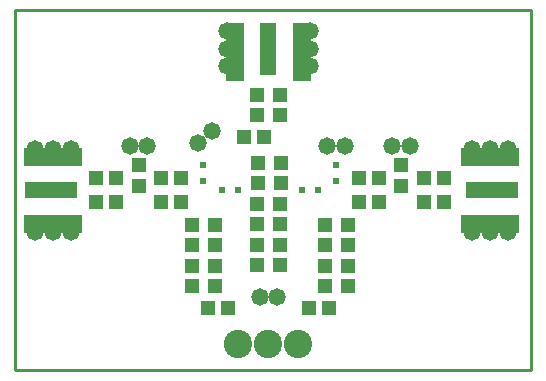
<source format=gts>
%FSLAX43Y43*%
%MOMM*%
G71*
G01*
G75*
G04 Layer_Color=8388736*
%ADD10R,1.350X4.800*%
%ADD11R,1.270X4.200*%
%ADD12R,4.800X1.350*%
%ADD13R,4.200X1.270*%
%ADD14R,0.350X0.350*%
%ADD15R,0.350X0.350*%
%ADD16R,1.000X1.100*%
%ADD17R,1.100X1.000*%
%ADD18C,1.630*%
%ADD19C,0.254*%
%ADD20C,2.200*%
%ADD21C,1.270*%
%ADD22C,0.127*%
%ADD23R,1.553X5.003*%
%ADD24R,1.473X4.403*%
%ADD25R,5.003X1.553*%
%ADD26R,4.403X1.473*%
%ADD27R,0.553X0.553*%
%ADD28R,0.553X0.553*%
%ADD29R,1.203X1.303*%
%ADD30R,1.303X1.203*%
%ADD31C,2.403*%
%ADD32C,1.473*%
G54D19*
X43750Y250D02*
Y30750D01*
X0Y250D02*
X43750D01*
X0Y30750D02*
X43750D01*
X0Y250D02*
Y30750D01*
G54D23*
X24325Y27250D02*
D03*
X18675D02*
D03*
G54D24*
X21500Y27450D02*
D03*
G54D25*
X3250Y18325D02*
D03*
Y12675D02*
D03*
X40250D02*
D03*
Y18325D02*
D03*
G54D26*
X3050Y15500D02*
D03*
X40450D02*
D03*
G54D27*
X17575Y15500D02*
D03*
X18925D02*
D03*
X25675D02*
D03*
X24325D02*
D03*
G54D28*
X16000Y17675D02*
D03*
Y16325D02*
D03*
X27250Y17675D02*
D03*
Y16325D02*
D03*
G54D29*
X20600Y16150D02*
D03*
Y17850D02*
D03*
X22500Y21900D02*
D03*
Y23600D02*
D03*
X22600Y16150D02*
D03*
Y17850D02*
D03*
X20500Y21900D02*
D03*
Y23600D02*
D03*
X15000Y9100D02*
D03*
Y7400D02*
D03*
X26250D02*
D03*
Y9100D02*
D03*
X20500Y9150D02*
D03*
Y10850D02*
D03*
Y14350D02*
D03*
Y12650D02*
D03*
X15000Y10900D02*
D03*
Y12600D02*
D03*
X28250D02*
D03*
Y10900D02*
D03*
X21100Y20000D02*
D03*
X19400D02*
D03*
G54D30*
X14100Y16500D02*
D03*
X12400D02*
D03*
X8600Y14500D02*
D03*
X6900D02*
D03*
X29150D02*
D03*
X30850D02*
D03*
X34650Y16500D02*
D03*
X36350D02*
D03*
X8600Y16500D02*
D03*
X6900D02*
D03*
X14100Y14500D02*
D03*
X12400D02*
D03*
X29150Y16500D02*
D03*
X30850D02*
D03*
X34650Y14500D02*
D03*
X36350D02*
D03*
X18100Y5500D02*
D03*
X16400D02*
D03*
X24900D02*
D03*
X26600D02*
D03*
X32750Y17600D02*
D03*
Y15900D02*
D03*
X10500D02*
D03*
Y17600D02*
D03*
X22500Y14350D02*
D03*
Y12650D02*
D03*
X17000Y12600D02*
D03*
Y10900D02*
D03*
X26250D02*
D03*
Y12600D02*
D03*
X22500Y10850D02*
D03*
Y9150D02*
D03*
X17000Y7400D02*
D03*
Y9100D02*
D03*
X28250D02*
D03*
Y7400D02*
D03*
G54D31*
X18960Y2500D02*
D03*
X21500D02*
D03*
X24040D02*
D03*
G54D32*
X26500Y19250D02*
D03*
X20750Y6500D02*
D03*
X22250D02*
D03*
X28000Y19250D02*
D03*
X32000D02*
D03*
X33500D02*
D03*
X38750Y19000D02*
D03*
X40250D02*
D03*
X41750D02*
D03*
X38750Y12000D02*
D03*
X40250D02*
D03*
X41750D02*
D03*
X1750D02*
D03*
X3250D02*
D03*
X4750D02*
D03*
X1750Y19000D02*
D03*
X3250D02*
D03*
X4750D02*
D03*
X18000Y26000D02*
D03*
Y27500D02*
D03*
Y29000D02*
D03*
X25000D02*
D03*
Y27500D02*
D03*
Y26000D02*
D03*
X9750Y19250D02*
D03*
X11250D02*
D03*
X16750Y20500D02*
D03*
X15500Y19500D02*
D03*
M02*

</source>
